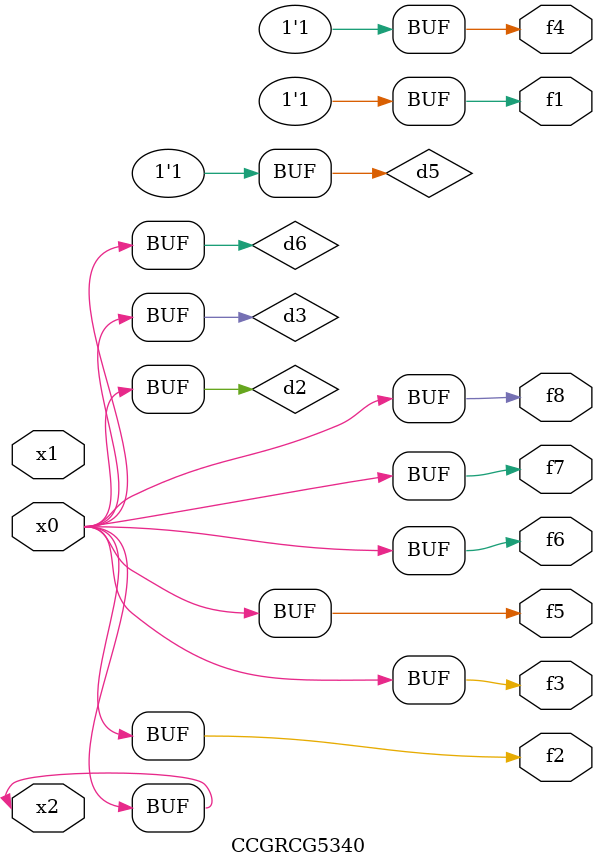
<source format=v>
module CCGRCG5340(
	input x0, x1, x2,
	output f1, f2, f3, f4, f5, f6, f7, f8
);

	wire d1, d2, d3, d4, d5, d6;

	xnor (d1, x2);
	buf (d2, x0, x2);
	and (d3, x0);
	xnor (d4, x1, x2);
	nand (d5, d1, d3);
	buf (d6, d2, d3);
	assign f1 = d5;
	assign f2 = d6;
	assign f3 = d6;
	assign f4 = d5;
	assign f5 = d6;
	assign f6 = d6;
	assign f7 = d6;
	assign f8 = d6;
endmodule

</source>
